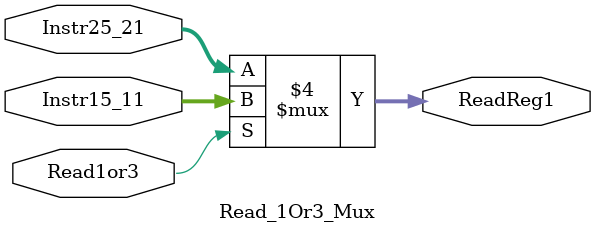
<source format=v>
`timescale 1ns / 1ps
module Read_1Or3_Mux(Read1or3,Instr25_21,Instr15_11,ReadReg1);
input [4:0] Instr25_21,Instr15_11;
input Read1or3;
output reg [4:0] ReadReg1;

always @(*)
begin
    if(Read1or3 == 0)
        ReadReg1 <= Instr25_21;
    else
        ReadReg1 <= Instr15_11;
end
endmodule
</source>
